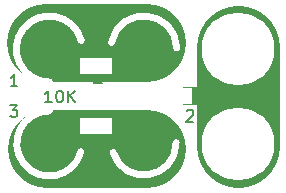
<source format=gto>
%TF.GenerationSoftware,KiCad,Pcbnew,4.0.5-e0-6337~49~ubuntu16.04.1*%
%TF.CreationDate,2017-05-28T07:48:56-07:00*%
%TF.ProjectId,2x3-Mini-Potentiometer-3361P-SMT,3278332D4D696E692D506F74656E7469,v1.1*%
%TF.FileFunction,Legend,Top*%
%FSLAX46Y46*%
G04 Gerber Fmt 4.6, Leading zero omitted, Abs format (unit mm)*
G04 Created by KiCad (PCBNEW 4.0.5-e0-6337~49~ubuntu16.04.1) date Sun May 28 07:48:56 2017*
%MOMM*%
%LPD*%
G01*
G04 APERTURE LIST*
%ADD10C,0.350000*%
%ADD11C,0.152400*%
%ADD12C,7.000000*%
%ADD13C,1.500000*%
%ADD14C,6.600000*%
%ADD15C,0.150000*%
%ADD16C,0.600000*%
%ADD17C,6.152400*%
%ADD18R,2.752400X1.342400*%
%ADD19R,3.452400X1.342400*%
G04 APERTURE END LIST*
D10*
D11*
X8030755Y-32545141D02*
X8079136Y-32496760D01*
X8175898Y-32448379D01*
X8417802Y-32448379D01*
X8514564Y-32496760D01*
X8562945Y-32545141D01*
X8611326Y-32641903D01*
X8611326Y-32738665D01*
X8562945Y-32883808D01*
X7982374Y-33464379D01*
X8611326Y-33464379D01*
D12*
X20187920Y-30413080D02*
X20187920Y-38813080D01*
D13*
X15787920Y-34613080D02*
X20187920Y-34613080D01*
D14*
X12487920Y-39113080D02*
X3987920Y-39113080D01*
X12487920Y-30113080D02*
X3887920Y-30113080D01*
D15*
X4399684Y-35138621D02*
X3828255Y-35138621D01*
X4113969Y-35138621D02*
X4113969Y-34138621D01*
X4018731Y-34281478D01*
X3923493Y-34376716D01*
X3828255Y-34424335D01*
X5018731Y-34138621D02*
X5113970Y-34138621D01*
X5209208Y-34186240D01*
X5256827Y-34233859D01*
X5304446Y-34329097D01*
X5352065Y-34519573D01*
X5352065Y-34757669D01*
X5304446Y-34948145D01*
X5256827Y-35043383D01*
X5209208Y-35091002D01*
X5113970Y-35138621D01*
X5018731Y-35138621D01*
X4923493Y-35091002D01*
X4875874Y-35043383D01*
X4828255Y-34948145D01*
X4780636Y-34757669D01*
X4780636Y-34519573D01*
X4828255Y-34329097D01*
X4875874Y-34233859D01*
X4923493Y-34186240D01*
X5018731Y-34138621D01*
X5780636Y-35138621D02*
X5780636Y-34138621D01*
X6352065Y-35138621D02*
X5923493Y-34567192D01*
X6352065Y-34138621D02*
X5780636Y-34710050D01*
X15802206Y-35860699D02*
X15849825Y-35813080D01*
X15945063Y-35765461D01*
X16183159Y-35765461D01*
X16278397Y-35813080D01*
X16326016Y-35860699D01*
X16373635Y-35955937D01*
X16373635Y-36051175D01*
X16326016Y-36194032D01*
X15754587Y-36765461D01*
X16373635Y-36765461D01*
X854587Y-35365461D02*
X1473635Y-35365461D01*
X1140301Y-35746413D01*
X1283159Y-35746413D01*
X1378397Y-35794032D01*
X1426016Y-35841651D01*
X1473635Y-35936890D01*
X1473635Y-36174985D01*
X1426016Y-36270223D01*
X1378397Y-36317842D01*
X1283159Y-36365461D01*
X997444Y-36365461D01*
X902206Y-36317842D01*
X854587Y-36270223D01*
X1473635Y-33765461D02*
X902206Y-33765461D01*
X1187920Y-33765461D02*
X1187920Y-32765461D01*
X1092682Y-32908318D01*
X997444Y-33003556D01*
X902206Y-33051175D01*
%LPC*%
D16*
X4187920Y-35856127D02*
G75*
G03X6854920Y-39311580I0J-2756953D01*
G01*
X9586124Y-39374856D02*
G75*
G03X14919420Y-38549580I2602796J825276D01*
G01*
X6890757Y-29904191D02*
G75*
G03X4187920Y-33406080I-2702837J-707889D01*
G01*
X14977449Y-30532407D02*
G75*
G03X9458420Y-30040580I-2788529J-79673D01*
G01*
D17*
X20187920Y-38613080D03*
X20187920Y-30613080D03*
D18*
X8153420Y-32086580D03*
D19*
X14553420Y-34586580D03*
D18*
X8153420Y-37166580D03*
M02*

</source>
